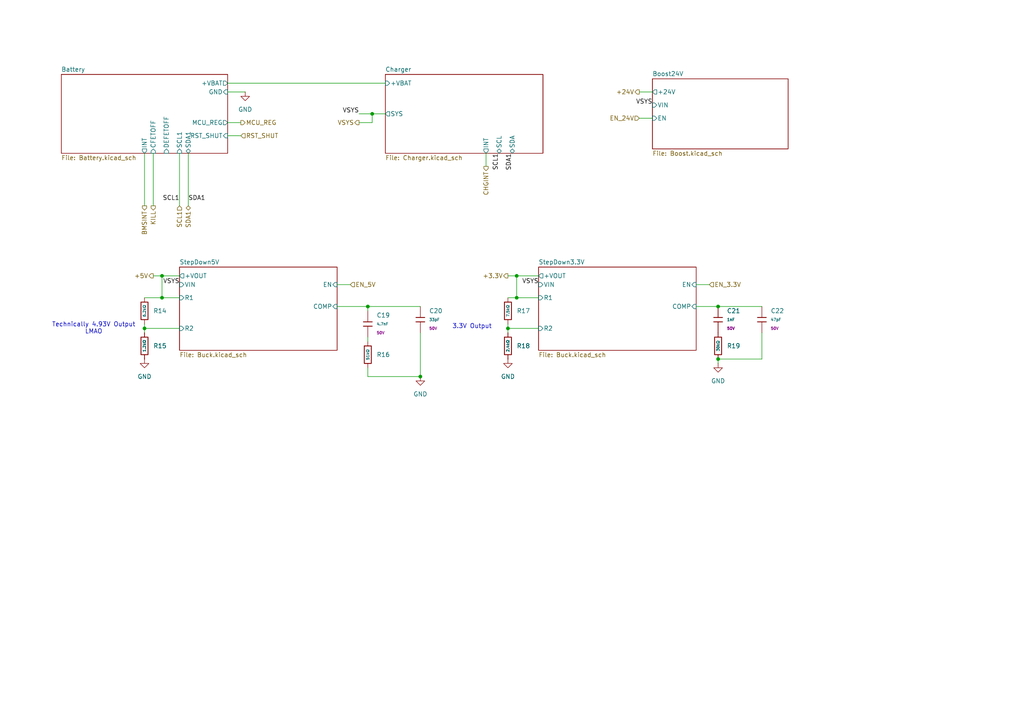
<source format=kicad_sch>
(kicad_sch (version 20250114) (generator "eeschema") (generator_version "9.0")
  (paper "A4")
  (title_block (title "Power Interconnects") (date "2025-09-11") (rev "1.0.0") (comment 1 "Nathan Liu"))
  (lib_symbols
    (symbol "4in-power:0402,1nF" (pin_numbers (hide yes)) (pin_names (offset 0))
      (property "Reference" "C" (at 2.032 1.668 0))
      (property "Value" "1nF" (at 2.032 -0.3782 0))
      (property "Voltage Rated" "50V" (at 2.032 -2.0462 0))
      (symbol "0402,1nF_0_1"
        (polyline (pts (xy -1.27 0.635) (xy 1.27 0.635)) (stroke (width 0.254)))
        (polyline (pts (xy -1.27 -0.635) (xy 1.27 -0.635)) (stroke (width 0.254)))
      )
      (symbol "0402,1nF_1_1"
        (pin passive line (at 0 3.81 270) (length 3.175) (name "~") (number "1"))
        (pin passive line (at 0 -3.81 90) (length 3.175) (name "~") (number "2"))
      )
    )
    (symbol "4in-power:0402,2.4kΩ" (pin_numbers (hide yes)) (pin_names (offset 0))
      (property "Reference" "R" (at 1.778 0 0))
      (property "Value" "2.4kΩ" (at 0 0 90))
      (symbol "0402,2.4kΩ_0_1"
        (rectangle (start -1.016 2.54) (end 1.016 -2.54) (stroke (width 0.254)))
      )
      (symbol "0402,2.4kΩ_1_1"
        (pin passive line (at 0 3.81 270) (length 1.27) (name "~") (number "1"))
        (pin passive line (at 0 -3.81 90) (length 1.27) (name "~") (number "2"))
      )
    )
    (symbol "4in-power:0402,4.7nF" (pin_numbers (hide yes)) (pin_names (offset 0))
      (property "Reference" "C" (at 2.032 1.668 0))
      (property "Value" "4.7nF" (at 2.032 -0.3782 0))
      (property "Voltage Rated" "50V" (at 2.032 -2.0462 0))
      (symbol "0402,4.7nF_0_1"
        (polyline (pts (xy -1.27 0.635) (xy 1.27 0.635)) (stroke (width 0.254)))
        (polyline (pts (xy -1.27 -0.635) (xy 1.27 -0.635)) (stroke (width 0.254)))
      )
      (symbol "0402,4.7nF_1_1"
        (pin passive line (at 0 3.81 270) (length 3.175) (name "~") (number "1"))
        (pin passive line (at 0 -3.81 90) (length 3.175) (name "~") (number "2"))
      )
    )
    (symbol "4in-power:0402,47pF" (pin_numbers (hide yes)) (pin_names (offset 0))
      (property "Reference" "C" (at 2.032 1.668 0))
      (property "Value" "47pF" (at 2.032 -0.3782 0))
      (property "Voltage Rated" "50V" (at 2.032 -2.0462 0))
      (symbol "0402,47pF_0_1"
        (polyline (pts (xy -1.27 0.635) (xy 1.27 0.635)) (stroke (width 0.254)))
        (polyline (pts (xy -1.27 -0.635) (xy 1.27 -0.635)) (stroke (width 0.254)))
      )
      (symbol "0402,47pF_1_1"
        (pin passive line (at 0 3.81 270) (length 3.175) (name "~") (number "1"))
        (pin passive line (at 0 -3.81 90) (length 3.175) (name "~") (number "2"))
      )
    )
    (symbol "4in-power:0402,7.5kΩ" (pin_numbers (hide yes)) (pin_names (offset 0))
      (property "Reference" "R" (at 1.778 0 0))
      (property "Value" "7.5kΩ" (at 0 0 90))
      (symbol "0402,7.5kΩ_0_1"
        (rectangle (start -1.016 2.54) (end 1.016 -2.54) (stroke (width 0.254)))
      )
      (symbol "0402,7.5kΩ_1_1"
        (pin passive line (at 0 3.81 270) (length 1.27) (name "~") (number "1"))
        (pin passive line (at 0 -3.81 90) (length 1.27) (name "~") (number "2"))
      )
    )
    (symbol "4in-power:0603,30kΩ" (pin_numbers (hide yes)) (pin_names (offset 0))
      (property "Reference" "R" (at 1.778 0 0))
      (property "Value" "30kΩ" (at 0 0 90))
      (symbol "0603,30kΩ_0_1"
        (rectangle (start -1.016 2.54) (end 1.016 -2.54) (stroke (width 0.254)))
      )
      (symbol "0603,30kΩ_1_1"
        (pin passive line (at 0 3.81 270) (length 1.27) (name "~") (number "1"))
        (pin passive line (at 0 -3.81 90) (length 1.27) (name "~") (number "2"))
      )
    )
    (symbol "4in-power:0805,1.2kΩ" (pin_numbers (hide yes)) (pin_names (offset 0))
      (property "Reference" "R" (at 1.778 0 0))
      (property "Value" "1.2kΩ" (at 0 0 90))
      (symbol "0805,1.2kΩ_0_1"
        (rectangle (start -1.016 2.54) (end 1.016 -2.54) (stroke (width 0.254)))
      )
      (symbol "0805,1.2kΩ_1_1"
        (pin passive line (at 0 3.81 270) (length 1.27) (name "~") (number "1"))
        (pin passive line (at 0 -3.81 90) (length 1.27) (name "~") (number "2"))
      )
    )
    (symbol "4in-power:0805,33pF" (pin_numbers (hide yes)) (pin_names (offset 0))
      (property "Reference" "C" (at 2.032 1.668 0))
      (property "Value" "33pF" (at 2.032 -0.3782 0))
      (property "Voltage Rated" "50V" (at 2.032 -2.0462 0))
      (symbol "0805,33pF_0_1"
        (polyline (pts (xy -1.27 0.635) (xy 1.27 0.635)) (stroke (width 0.254)))
        (polyline (pts (xy -1.27 -0.635) (xy 1.27 -0.635)) (stroke (width 0.254)))
      )
      (symbol "0805,33pF_1_1"
        (pin passive line (at 0 3.81 270) (length 3.175) (name "~") (number "1"))
        (pin passive line (at 0 -3.81 90) (length 3.175) (name "~") (number "2"))
      )
    )
    (symbol "4in-power:0805,51kΩ" (pin_numbers (hide yes)) (pin_names (offset 0))
      (property "Reference" "R" (at 1.778 0 0))
      (property "Value" "51kΩ" (at 0 0 90))
      (symbol "0805,51kΩ_0_1"
        (rectangle (start -1.016 2.54) (end 1.016 -2.54) (stroke (width 0.254)))
      )
      (symbol "0805,51kΩ_1_1"
        (pin passive line (at 0 3.81 270) (length 1.27) (name "~") (number "1"))
        (pin passive line (at 0 -3.81 90) (length 1.27) (name "~") (number "2"))
      )
    )
    (symbol "4in-power:0805,6.2kΩ" (pin_numbers (hide yes)) (pin_names (offset 0))
      (property "Reference" "R" (at 1.778 0 0))
      (property "Value" "6.2kΩ" (at 0 0 90))
      (symbol "0805,6.2kΩ_0_1"
        (rectangle (start -1.016 2.54) (end 1.016 -2.54) (stroke (width 0.254)))
      )
      (symbol "0805,6.2kΩ_1_1"
        (pin passive line (at 0 3.81 270) (length 1.27) (name "~") (number "1"))
        (pin passive line (at 0 -3.81 90) (length 1.27) (name "~") (number "2"))
      )
    )
    (symbol "power:GND" (power) (pin_numbers (hide yes)) (pin_names (offset 0) (hide yes))
      (property "Value" "GND" (at 0 -3.81 0))
      (symbol "GND_0_1"
        (polyline (pts (xy 0 0) (xy 0 -1.27) (xy 1.27 -1.27) (xy 0 -2.54) (xy -1.27 -1.27) (xy 0 -1.27)))
      )
      (symbol "GND_1_1"
        (pin power_in line (at 0 0 270) (length 0) (name "~") (number "1"))
      )
    )
  )
  (text "Technically 4.93V Output\nLMAO" (at 27.178 95.25 0) (effects (font (size 1.27 1.27))))
  (text "5V Buck-boost" (at 349.504 261.62 0) (effects (font (size 3.175 3.175))))
  (text "3.3V Output" (at 136.906 94.742 0) (effects (font (size 1.27 1.27))))
  (junction (at 147.32 95.25))
  (junction (at 106.68 88.9))
  (junction (at 46.99 80.01))
  (junction (at 46.99 86.36))
  (junction (at 149.86 80.01))
  (junction (at 121.92 109.22))
  (junction (at 41.91 95.25))
  (junction (at 149.86 86.36))
  (junction (at 107.95 33.02))
  (junction (at 208.28 104.14))
  (junction (at 208.28 88.9))
  (wire (pts (xy 201.93 88.9) (xy 208.28 88.9)))
  (wire (pts (xy 44.45 59.69) (xy 44.45 44.45)))
  (wire (pts (xy 106.68 97.79) (xy 106.68 99.06)))
  (wire (pts (xy 121.92 96.52) (xy 121.92 109.22)))
  (wire (pts (xy 97.79 88.9) (xy 106.68 88.9)))
  (wire (pts (xy 140.97 48.26) (xy 140.97 44.45)))
  (wire (pts (xy 44.45 80.01) (xy 46.99 80.01)))
  (wire (pts (xy 220.98 104.14) (xy 208.28 104.14)))
  (wire (pts (xy 220.98 96.52) (xy 220.98 104.14)))
  (wire (pts (xy 104.14 33.02) (xy 107.95 33.02)))
  (wire (pts (xy 149.86 80.01) (xy 149.86 86.36)))
  (wire (pts (xy 107.95 35.56) (xy 107.95 33.02)))
  (wire (pts (xy 46.99 80.01) (xy 46.99 86.36)))
  (wire (pts (xy 149.86 80.01) (xy 156.21 80.01)))
  (wire (pts (xy 41.91 86.36) (xy 46.99 86.36)))
  (wire (pts (xy 101.6 82.55) (xy 97.79 82.55)))
  (wire (pts (xy 66.04 26.67) (xy 71.12 26.67)))
  (wire (pts (xy 147.32 86.36) (xy 149.86 86.36)))
  (wire (pts (xy 107.95 33.02) (xy 111.76 33.02)))
  (wire (pts (xy 208.28 105.41) (xy 208.28 104.14)))
  (wire (pts (xy 185.42 26.67) (xy 189.23 26.67)))
  (wire (pts (xy 147.32 95.25) (xy 147.32 96.52)))
  (wire (pts (xy 147.32 80.01) (xy 149.86 80.01)))
  (wire (pts (xy 69.85 39.37) (xy 66.04 39.37)))
  (wire (pts (xy 41.91 44.45) (xy 41.91 59.69)))
  (wire (pts (xy 121.92 109.22) (xy 106.68 109.22)))
  (wire (pts (xy 41.91 96.52) (xy 41.91 95.25)))
  (wire (pts (xy 147.32 93.98) (xy 147.32 95.25)))
  (wire (pts (xy 46.99 80.01) (xy 52.07 80.01)))
  (wire (pts (xy 52.07 44.45) (xy 52.07 59.69)))
  (wire (pts (xy 106.68 88.9) (xy 121.92 88.9)))
  (wire (pts (xy 208.28 88.9) (xy 220.98 88.9)))
  (wire (pts (xy 147.32 95.25) (xy 156.21 95.25)))
  (wire (pts (xy 41.91 95.25) (xy 52.07 95.25)))
  (wire (pts (xy 104.14 35.56) (xy 107.95 35.56)))
  (wire (pts (xy 106.68 90.17) (xy 106.68 88.9)))
  (wire (pts (xy 149.86 86.36) (xy 156.21 86.36)))
  (wire (pts (xy 205.74 82.55) (xy 201.93 82.55)))
  (wire (pts (xy 106.68 109.22) (xy 106.68 106.68)))
  (wire (pts (xy 41.91 95.25) (xy 41.91 93.98)))
  (wire (pts (xy 185.42 34.29) (xy 189.23 34.29)))
  (wire (pts (xy 46.99 86.36) (xy 52.07 86.36)))
  (wire (pts (xy 69.85 35.56) (xy 66.04 35.56)))
  (wire (pts (xy 66.04 24.13) (xy 111.76 24.13)))
  (wire (pts (xy 54.61 44.45) (xy 54.61 59.69)))
  (label "VSYS" (at 156.21 82.55 180))
  (label "VSYS" (at 189.23 30.48 180))
  (label "SCL1" (at 144.78 44.45 270))
  (label "VSYS" (at 104.14 33.02 180))
  (label "SDA1" (at 148.59 44.45 270))
  (label "VSYS" (at 52.07 82.55 180))
  (label "SDA1" (at 54.61 58.42 0))
  (label "SCL1" (at 52.07 58.42 180))
  (hierarchical_label "MCU_REG" (shape output) (at 69.85 35.56 0))
  (hierarchical_label "SCL1" (shape input) (at 52.07 59.69 270))
  (hierarchical_label "+5V" (shape output) (at 44.45 80.01 180))
  (hierarchical_label "+24V" (shape output) (at 185.42 26.67 180))
  (hierarchical_label "VSYS" (shape output) (at 104.14 35.56 180))
  (hierarchical_label "+3.3V" (shape output) (at 147.32 80.01 180))
  (hierarchical_label "SDA1" (shape bidirectional) (at 54.61 59.69 270))
  (hierarchical_label "EN_3.3V" (shape input) (at 205.74 82.55 0))
  (hierarchical_label "RST_SHUT" (shape input) (at 69.85 39.37 0))
  (hierarchical_label "CHGINT" (shape output) (at 140.97 48.26 270))
  (hierarchical_label "BMSINT" (shape output) (at 41.91 59.69 270))
  (hierarchical_label "KILL" (shape output) (at 44.45 59.69 270))
  (hierarchical_label "EN_24V" (shape input) (at 185.42 34.29 180))
  (hierarchical_label "EN_5V" (shape input) (at 101.6 82.55 0))
  (symbol (lib_id "4in-power:0805,51kΩ") (at 106.68 102.87 0) (unit 1)
    (property "Reference" "R16" (at 109.22 102.8699 0) (effects (justify left)))
    (property "Value" "51kΩ" (at 106.68 102.87 90) (effects (font (size 0.8 0.8))))
    (property "Footprint" "PCM_JLCPCB:R_0805" (effects (hide yes)))
    (property "Datasheet" "https://www.lcsc.com/datasheet/lcsc_datasheet_2206010200_UNI-ROYAL-Uniroyal-Elec-0805W8F5102T5E_C17737.pdf" (effects (hide yes)))
    (property "Description" "125mW Thick Film Resistors 150V ±100ppm/°C ±1% 51kΩ 0805 Chip Resistor - Surface Mount ROHS" (effects (hide yes)))
    (property "LCSC" "C17737" (effects (hide yes)))
    (property "Stock" "572610" (effects (hide yes)))
    (property "Price" "0.005USD" (effects (hide yes)))
    (property "Process" "SMT" (effects (hide yes)))
    (property "Minimum Qty" "20" (effects (hide yes)))
    (property "Attrition Qty" "10" (effects (hide yes)))
    (property "Class" "Basic Component" (effects (hide yes)))
    (property "Category" "Resistors,Chip Resistor - Surface Mount" (effects (hide yes)))
    (property "Manufacturer" "UNI-ROYAL(Uniroyal Elec)" (effects (hide yes)))
    (property "Part" "0805W8F5102T5E" (effects (hide yes)))
    (property "Resistance" "51kΩ" (effects (hide yes)))
    (property "Power(Watts)" "125mW" (effects (hide yes)))
    (property "Type" "Thick Film Resistors" (effects (hide yes)))
    (property "Overload Voltage (Max)" "150V" (effects (hide yes)))
    (property "Operating Temperature Range" "-55°C~+155°C" (effects (hide yes)))
    (property "Tolerance" "±1%" (effects (hide yes)))
    (property "Temperature Coefficient" "±100ppm/°C" (effects (hide yes)))
  )
  (symbol (lib_id "4in-power:0805,1.2kΩ") (at 41.91 100.33 0) (unit 1)
    (property "Reference" "R15" (at 44.45 100.3299 0) (effects (justify left)))
    (property "Value" "1.2kΩ" (at 41.91 100.33 90) (effects (font (size 0.8 0.8))))
    (property "Footprint" "PCM_JLCPCB:R_0805" (effects (hide yes)))
    (property "Datasheet" "https://www.lcsc.com/datasheet/lcsc_datasheet_2206010216_UNI-ROYAL-Uniroyal-Elec-0805W8F1201T5E_C17379.pdf" (effects (hide yes)))
    (property "Description" "125mW Thick Film Resistors 150V ±100ppm/°C ±1% 1.2kΩ 0805 Chip Resistor - Surface Mount ROHS" (effects (hide yes)))
    (property "LCSC" "C17379" (effects (hide yes)))
    (property "Stock" "288664" (effects (hide yes)))
    (property "Price" "0.005USD" (effects (hide yes)))
    (property "Process" "SMT" (effects (hide yes)))
    (property "Minimum Qty" "20" (effects (hide yes)))
    (property "Attrition Qty" "10" (effects (hide yes)))
    (property "Class" "Basic Component" (effects (hide yes)))
    (property "Category" "Resistors,Chip Resistor - Surface Mount" (effects (hide yes)))
    (property "Manufacturer" "UNI-ROYAL(Uniroyal Elec)" (effects (hide yes)))
    (property "Part" "0805W8F1201T5E" (effects (hide yes)))
    (property "Resistance" "1.2kΩ" (effects (hide yes)))
    (property "Power(Watts)" "125mW" (effects (hide yes)))
    (property "Type" "Thick Film Resistors" (effects (hide yes)))
    (property "Overload Voltage (Max)" "150V" (effects (hide yes)))
    (property "Operating Temperature Range" "-55°C~+155°C" (effects (hide yes)))
    (property "Tolerance" "±1%" (effects (hide yes)))
    (property "Temperature Coefficient" "±100ppm/°C" (effects (hide yes)))
  )
  (symbol (lib_id "power:GND") (at 41.91 104.14 0) (unit 1)
    (property "Reference" "#PWR048" (effects (hide yes)))
    (property "Value" "GND" (at 41.91 109.22 0))
    (property "Description" "Power symbol creates a global label with name \"GND\" , ground" (effects (hide yes)))
  )
  (symbol (lib_id "power:GND") (at 208.28 105.41 0) (unit 1)
    (property "Reference" "#PWR052" (effects (hide yes)))
    (property "Value" "GND" (at 208.28 110.49 0))
    (property "Description" "Power symbol creates a global label with name \"GND\" , ground" (effects (hide yes)))
  )
  (symbol (lib_id "4in-power:0402,7.5kΩ") (at 147.32 90.17 0) (unit 1)
    (property "Reference" "R17" (at 149.86 90.1699 0) (effects (justify left)))
    (property "Value" "7.5kΩ" (at 147.32 90.17 90) (effects (font (size 0.8 0.8))))
    (property "Footprint" "PCM_JLCPCB:R_0402" (effects (hide yes)))
    (property "Datasheet" "https://www.lcsc.com/datasheet/lcsc_datasheet_2206010045_UNI-ROYAL-Uniroyal-Elec-0402WGF7501TCE_C25918.pdf" (effects (hide yes)))
    (property "Description" "62.5mW Thick Film Resistors 50V ±100ppm/°C ±1% 7.5kΩ 0402 Chip Resistor - Surface Mount ROHS" (effects (hide yes)))
    (property "LCSC" "C25918" (effects (hide yes)))
    (property "Stock" "105011" (effects (hide yes)))
    (property "Price" "0.004USD" (effects (hide yes)))
    (property "Process" "SMT" (effects (hide yes)))
    (property "Minimum Qty" "20" (effects (hide yes)))
    (property "Attrition Qty" "10" (effects (hide yes)))
    (property "Class" "Preferred Component" (effects (hide yes)))
    (property "Category" "Resistors,Chip Resistor - Surface Mount" (effects (hide yes)))
    (property "Manufacturer" "UNI-ROYAL(Uniroyal Elec)" (effects (hide yes)))
    (property "Part" "0402WGF7501TCE" (effects (hide yes)))
    (property "Resistance" "7.5kΩ" (effects (hide yes)))
    (property "Power(Watts)" "62.5mW" (effects (hide yes)))
    (property "Type" "Thick Film Resistors" (effects (hide yes)))
    (property "Overload Voltage (Max)" "50V" (effects (hide yes)))
    (property "Operating Temperature Range" "-55°C~+155°C" (effects (hide yes)))
    (property "Tolerance" "±1%" (effects (hide yes)))
    (property "Temperature Coefficient" "±100ppm/°C" (effects (hide yes)))
  )
  (symbol (lib_id "4in-power:0402,2.4kΩ") (at 147.32 100.33 0) (unit 1)
    (property "Reference" "R18" (at 149.86 100.3299 0) (effects (justify left)))
    (property "Value" "2.4kΩ" (at 147.32 100.33 90) (effects (font (size 0.8 0.8))))
    (property "Footprint" "PCM_JLCPCB:R_0402" (effects (hide yes)))
    (property "Datasheet" "https://www.lcsc.com/datasheet/lcsc_datasheet_2206010045_UNI-ROYAL-Uniroyal-Elec-0402WGF2401TCE_C25882.pdf" (effects (hide yes)))
    (property "Description" "62.5mW Thick Film Resistors 50V ±100ppm/°C ±1% 2.4kΩ 0402 Chip Resistor - Surface Mount ROHS" (effects (hide yes)))
    (property "LCSC" "C25882" (effects (hide yes)))
    (property "Stock" "521303" (effects (hide yes)))
    (property "Price" "0.004USD" (effects (hide yes)))
    (property "Process" "SMT" (effects (hide yes)))
    (property "Minimum Qty" "20" (effects (hide yes)))
    (property "Attrition Qty" "10" (effects (hide yes)))
    (property "Class" "Preferred Component" (effects (hide yes)))
    (property "Category" "Resistors,Chip Resistor - Surface Mount" (effects (hide yes)))
    (property "Manufacturer" "UNI-ROYAL(Uniroyal Elec)" (effects (hide yes)))
    (property "Part" "0402WGF2401TCE" (effects (hide yes)))
    (property "Resistance" "2.4kΩ" (effects (hide yes)))
    (property "Power(Watts)" "62.5mW" (effects (hide yes)))
    (property "Type" "Thick Film Resistors" (effects (hide yes)))
    (property "Overload Voltage (Max)" "50V" (effects (hide yes)))
    (property "Operating Temperature Range" "-55°C~+155°C" (effects (hide yes)))
    (property "Tolerance" "±1%" (effects (hide yes)))
    (property "Temperature Coefficient" "±100ppm/°C" (effects (hide yes)))
  )
  (symbol (lib_id "4in-power:0603,30kΩ") (at 208.28 100.33 0) (unit 1)
    (property "Reference" "R19" (at 210.82 100.3299 0) (effects (justify left)))
    (property "Value" "30kΩ" (at 208.28 100.33 90) (effects (font (size 0.8 0.8))))
    (property "Footprint" "PCM_JLCPCB:R_0603" (effects (hide yes)))
    (property "Datasheet" "https://www.lcsc.com/datasheet/lcsc_datasheet_2206010116_UNI-ROYAL-Uniroyal-Elec-0603WAF3002T5E_C22984.pdf" (effects (hide yes)))
    (property "Description" "100mW Thick Film Resistors 75V ±100ppm/°C ±1% 30kΩ 0603 Chip Resistor - Surface Mount ROHS" (effects (hide yes)))
    (property "LCSC" "C22984" (effects (hide yes)))
    (property "Stock" "753239" (effects (hide yes)))
    (property "Price" "0.004USD" (effects (hide yes)))
    (property "Process" "SMT" (effects (hide yes)))
    (property "Minimum Qty" "20" (effects (hide yes)))
    (property "Attrition Qty" "10" (effects (hide yes)))
    (property "Class" "Basic Component" (effects (hide yes)))
    (property "Category" "Resistors,Chip Resistor - Surface Mount" (effects (hide yes)))
    (property "Manufacturer" "UNI-ROYAL(Uniroyal Elec)" (effects (hide yes)))
    (property "Part" "0603WAF3002T5E" (effects (hide yes)))
    (property "Resistance" "30kΩ" (effects (hide yes)))
    (property "Power(Watts)" "100mW" (effects (hide yes)))
    (property "Type" "Thick Film Resistors" (effects (hide yes)))
    (property "Overload Voltage (Max)" "75V" (effects (hide yes)))
    (property "Operating Temperature Range" "-55°C~+155°C" (effects (hide yes)))
    (property "Tolerance" "±1%" (effects (hide yes)))
    (property "Temperature Coefficient" "±100ppm/°C" (effects (hide yes)))
  )
  (symbol (lib_id "4in-power:0402,4.7nF") (at 106.68 93.98 0) (unit 1)
    (property "Reference" "C19" (at 109.22 91.4399 0) (effects (justify left)))
    (property "Value" "4.7nF" (at 109.22 93.98 0) (effects (font (size 0.8 0.8)) (justify left)))
    (property "Footprint" "PCM_JLCPCB:C_0402" (effects (hide yes)))
    (property "Datasheet" "https://www.lcsc.com/datasheet/lcsc_datasheet_2304140030_FH--Guangdong-Fenghua-Advanced-Tech-0402B472K500NT_C1538.pdf" (effects (hide yes)))
    (property "Description" "50V 4.7nF X7R ±10% 0402 Multilayer Ceramic Capacitors MLCC - SMD/SMT ROHS" (effects (hide yes)))
    (property "LCSC" "C1538" (effects (hide yes)))
    (property "Stock" "401641" (effects (hide yes)))
    (property "Price" "0.004USD" (effects (hide yes)))
    (property "Process" "SMT" (effects (hide yes)))
    (property "Minimum Qty" "20" (effects (hide yes)))
    (property "Attrition Qty" "10" (effects (hide yes)))
    (property "Class" "Basic Component" (effects (hide yes)))
    (property "Category" "Capacitors,Multilayer Ceramic Capacitors MLCC - SMD/SMT" (effects (hide yes)))
    (property "Manufacturer" "FH(Guangdong Fenghua Advanced Tech)" (effects (hide yes)))
    (property "Part" "0402B472K500NT" (effects (hide yes)))
    (property "Voltage Rated" "50V" (at 109.22 96.52 0) (effects (font (size 0.8 0.8)) (justify left)))
    (property "Tolerance" "±10%" (effects (hide yes)))
    (property "Capacitance" "4.7nF" (effects (hide yes)))
    (property "Temperature Coefficient" "X7R" (effects (hide yes)))
  )
  (symbol (lib_id "4in-power:0805,6.2kΩ") (at 41.91 90.17 0) (unit 1)
    (property "Reference" "R14" (at 44.45 90.1699 0) (effects (justify left)))
    (property "Value" "6.2kΩ" (at 41.91 90.17 90) (effects (font (size 0.8 0.8))))
    (property "Footprint" "PCM_JLCPCB:R_0805" (effects (hide yes)))
    (property "Datasheet" "https://www.lcsc.com/datasheet/lcsc_datasheet_2205311830_UNI-ROYAL-Uniroyal-Elec-0805W8F6201T5E_C17767.pdf" (effects (hide yes)))
    (property "Description" "125mW Thick Film Resistors 150V ±100ppm/°C ±1% 6.2kΩ 0805 Chip Resistor - Surface Mount ROHS" (effects (hide yes)))
    (property "LCSC" "C17767" (effects (hide yes)))
    (property "Stock" "49886" (effects (hide yes)))
    (property "Price" "0.005USD" (effects (hide yes)))
    (property "Process" "SMT" (effects (hide yes)))
    (property "Minimum Qty" "20" (effects (hide yes)))
    (property "Attrition Qty" "10" (effects (hide yes)))
    (property "Class" "Preferred Component" (effects (hide yes)))
    (property "Category" "Resistors,Chip Resistor - Surface Mount" (effects (hide yes)))
    (property "Manufacturer" "UNI-ROYAL(Uniroyal Elec)" (effects (hide yes)))
    (property "Part" "0805W8F6201T5E" (effects (hide yes)))
    (property "Resistance" "6.2kΩ" (effects (hide yes)))
    (property "Power(Watts)" "125mW" (effects (hide yes)))
    (property "Type" "Thick Film Resistors" (effects (hide yes)))
    (property "Overload Voltage (Max)" "150V" (effects (hide yes)))
    (property "Operating Temperature Range" "-55°C~+155°C" (effects (hide yes)))
    (property "Tolerance" "±1%" (effects (hide yes)))
    (property "Temperature Coefficient" "±100ppm/°C" (effects (hide yes)))
  )
  (symbol (lib_id "power:GND") (at 71.12 26.67 0) (unit 1)
    (property "Reference" "#PWR049" (effects (hide yes)))
    (property "Value" "GND" (at 71.12 31.75 0))
    (property "Description" "Power symbol creates a global label with name \"GND\" , ground" (effects (hide yes)))
  )
  (symbol (lib_id "power:GND") (at 147.32 104.14 0) (unit 1)
    (property "Reference" "#PWR051" (effects (hide yes)))
    (property "Value" "GND" (at 147.32 109.22 0))
    (property "Description" "Power symbol creates a global label with name \"GND\" , ground" (effects (hide yes)))
  )
  (symbol (lib_id "4in-power:0402,1nF") (at 208.28 92.71 0) (unit 1)
    (property "Reference" "C21" (at 210.82 90.1699 0) (effects (justify left)))
    (property "Value" "1nF" (at 210.82 92.71 0) (effects (font (size 0.8 0.8)) (justify left)))
    (property "Footprint" "PCM_JLCPCB:C_0402" (effects (hide yes)))
    (property "Datasheet" "https://www.lcsc.com/datasheet/lcsc_datasheet_2304140030_FH--Guangdong-Fenghua-Advanced-Tech-0402B102K500NT_C1523.pdf" (effects (hide yes)))
    (property "Description" "50V 1nF X7R ±10% 0402 Multilayer Ceramic Capacitors MLCC - SMD/SMT ROHS" (effects (hide yes)))
    (property "LCSC" "C1523" (effects (hide yes)))
    (property "Stock" "4702397" (effects (hide yes)))
    (property "Price" "0.004USD" (effects (hide yes)))
    (property "Process" "SMT" (effects (hide yes)))
    (property "Minimum Qty" "20" (effects (hide yes)))
    (property "Attrition Qty" "10" (effects (hide yes)))
    (property "Class" "Basic Component" (effects (hide yes)))
    (property "Category" "Capacitors,Multilayer Ceramic Capacitors MLCC - SMD/SMT" (effects (hide yes)))
    (property "Manufacturer" "FH(Guangdong Fenghua Advanced Tech)" (effects (hide yes)))
    (property "Part" "0402B102K500NT" (effects (hide yes)))
    (property "Voltage Rated" "50V" (at 210.82 95.25 0) (effects (font (size 0.8 0.8)) (justify left)))
    (property "Tolerance" "±10%" (effects (hide yes)))
    (property "Capacitance" "1nF" (effects (hide yes)))
    (property "Temperature Coefficient" "X7R" (effects (hide yes)))
  )
  (symbol (lib_id "power:GND") (at 121.92 109.22 0) (unit 1)
    (property "Reference" "#PWR050" (effects (hide yes)))
    (property "Value" "GND" (at 121.92 114.3 0))
    (property "Description" "Power symbol creates a global label with name \"GND\" , ground" (effects (hide yes)))
  )
  (symbol (lib_id "4in-power:0402,47pF") (at 220.98 92.71 0) (unit 1)
    (property "Reference" "C22" (at 223.52 90.1699 0) (effects (justify left)))
    (property "Value" "47pF" (at 223.52 92.71 0) (effects (font (size 0.8 0.8)) (justify left)))
    (property "Footprint" "PCM_JLCPCB:C_0402" (effects (hide yes)))
    (property "Datasheet" "https://www.lcsc.com/datasheet/lcsc_datasheet_2304140030_FH--Guangdong-Fenghua-Advanced-Tech-0402CG470J500NT_C1567.pdf" (effects (hide yes)))
    (property "Description" "50V 47pF C0G ±5% 0402 Multilayer Ceramic Capacitors MLCC - SMD/SMT ROHS" (effects (hide yes)))
    (property "LCSC" "C1567" (effects (hide yes)))
    (property "Stock" "516184" (effects (hide yes)))
    (property "Price" "0.004USD" (effects (hide yes)))
    (property "Process" "SMT" (effects (hide yes)))
    (property "Minimum Qty" "20" (effects (hide yes)))
    (property "Attrition Qty" "10" (effects (hide yes)))
    (property "Class" "Basic Component" (effects (hide yes)))
    (property "Category" "Capacitors,Multilayer Ceramic Capacitors MLCC - SMD/SMT" (effects (hide yes)))
    (property "Manufacturer" "FH(Guangdong Fenghua Advanced Tech)" (effects (hide yes)))
    (property "Part" "0402CG470J500NT" (effects (hide yes)))
    (property "Voltage Rated" "50V" (at 223.52 95.25 0) (effects (font (size 0.8 0.8)) (justify left)))
    (property "Tolerance" "±5%" (effects (hide yes)))
    (property "Capacitance" "47pF" (effects (hide yes)))
    (property "Temperature Coefficient" "C0G" (effects (hide yes)))
  )
  (symbol (lib_id "4in-power:0805,33pF") (at 121.92 92.71 0) (unit 1)
    (property "Reference" "C20" (at 124.46 90.1699 0) (effects (justify left)))
    (property "Value" "33pF" (at 124.46 92.71 0) (effects (font (size 0.8 0.8)) (justify left)))
    (property "Footprint" "PCM_JLCPCB:C_0805" (effects (hide yes)))
    (property "Datasheet" "https://www.lcsc.com/datasheet/lcsc_datasheet_2304140030_YAGEO-CC0805JRNPO9BN330_C107115.pdf" (effects (hide yes)))
    (property "Description" "50V 33pF NP0 ±5% 0805 Multilayer Ceramic Capacitors MLCC - SMD/SMT ROHS" (effects (hide yes)))
    (property "LCSC" "C107115" (effects (hide yes)))
    (property "Stock" "97581" (effects (hide yes)))
    (property "Price" "0.009USD" (effects (hide yes)))
    (property "Process" "SMT" (effects (hide yes)))
    (property "Minimum Qty" "20" (effects (hide yes)))
    (property "Attrition Qty" "12" (effects (hide yes)))
    (property "Class" "Preferred Component" (effects (hide yes)))
    (property "Category" "Capacitors,Multilayer Ceramic Capacitors MLCC - SMD/SMT" (effects (hide yes)))
    (property "Manufacturer" "YAGEO" (effects (hide yes)))
    (property "Part" "CC0805JRNPO9BN330" (effects (hide yes)))
    (property "Voltage Rated" "50V" (at 124.46 95.25 0) (effects (font (size 0.8 0.8)) (justify left)))
    (property "Tolerance" "±5%" (effects (hide yes)))
    (property "Capacitance" "33pF" (effects (hide yes)))
    (property "Temperature Coefficient" "NP0" (effects (hide yes)))
  )
  (sheet (at 156.21 77.47) (size 45.72 24.13) (stroke (width 0.1524))
    (property "Sheetname" "StepDown3.3V" (at 156.21 76.7584 0) (effects (justify left bottom)))
    (property "Sheetfile" "Buck.kicad_sch" (at 156.21 102.1846 0) (effects (justify left top)))
    (pin "R1" input (at 156.21 86.36 180))
    (pin "R2" input (at 156.21 95.25 180))
    (pin "COMP" input (at 201.93 88.9 0))
    (pin "EN" input (at 201.93 82.55 0))
    (pin "VIN" input (at 156.21 82.55 180))
    (pin "+VOUT" output (at 156.21 80.01 180))
  )
  (sheet (at 189.23 22.86) (size 39.37 20.32) (stroke (width 0.1524))
    (property "Sheetname" "Boost24V" (at 189.23 22.1484 0) (effects (justify left bottom)))
    (property "Sheetfile" "Boost.kicad_sch" (at 189.23 43.7646 0) (effects (justify left top)))
    (pin "+24V" output (at 189.23 26.67 180))
    (pin "EN" input (at 189.23 34.29 180))
    (pin "VIN" input (at 189.23 30.48 180))
  )
  (sheet (at 111.76 21.59) (size 45.72 22.86) (stroke (width 0.1524))
    (property "Sheetname" "Charger" (at 111.76 20.8784 0) (effects (justify left bottom)))
    (property "Sheetfile" "Charger.kicad_sch" (at 111.76 45.0346 0) (effects (justify left top)))
    (pin "+VBAT" input (at 111.76 24.13 180))
    (pin "INT" output (at 140.97 44.45 270))
    (pin "SCL" bidirectional (at 144.78 44.45 270))
    (pin "SDA" bidirectional (at 148.59 44.45 270))
    (pin "SYS" output (at 111.76 33.02 180))
  )
  (sheet (at 17.78 21.59) (size 48.26 22.86) (stroke (width 0.1524))
    (property "Sheetname" "Battery" (at 17.78 20.8784 0) (effects (justify left bottom)))
    (property "Sheetfile" "Battery.kicad_sch" (at 17.78 45.0346 0) (effects (justify left top)))
    (pin "+VBAT" output (at 66.04 24.13 0))
    (pin "CFETOFF" input (at 44.45 44.45 270))
    (pin "DEFETOFF" input (at 48.26 44.45 270))
    (pin "GND" input (at 66.04 26.67 0))
    (pin "MCU_REG" output (at 66.04 35.56 0))
    (pin "RST_SHUT" input (at 66.04 39.37 0))
    (pin "SCL1" input (at 52.07 44.45 270))
    (pin "SDA1" bidirectional (at 54.61 44.45 270))
    (pin "INT" output (at 41.91 44.45 270))
  )
  (sheet (at 52.07 77.47) (size 45.72 24.13) (stroke (width 0.1524))
    (property "Sheetname" "StepDown5V" (at 52.07 76.7584 0) (effects (justify left bottom)))
    (property "Sheetfile" "Buck.kicad_sch" (at 52.07 102.1846 0) (effects (justify left top)))
    (pin "R1" input (at 52.07 86.36 180))
    (pin "R2" input (at 52.07 95.25 180))
    (pin "COMP" input (at 97.79 88.9 0))
    (pin "EN" input (at 97.79 82.55 0))
    (pin "VIN" input (at 52.07 82.55 180))
    (pin "+VOUT" output (at 52.07 80.01 180))
  )
)
</source>
